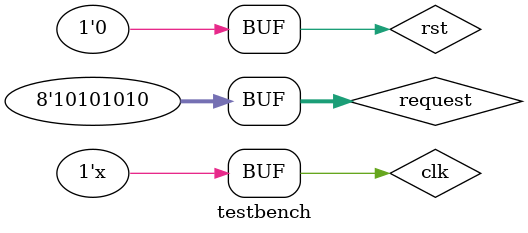
<source format=v>
module testbench( );
reg clk,rst;
reg [7:0] request;
wire access;
TopModule DUT(clk,rst,request,access);
always #5 clk=~clk;
initial begin clk=0;rst=1;end
initial begin 
#10;rst=0;#10;
request=8'b10101010;#10;
request=8'b00101010;#10;
request=8'b00001010;#10;
request=8'b10111010;#10;
request=8'b11101010;#10;
request=8'b10101010;#10;
end
endmodule

</source>
